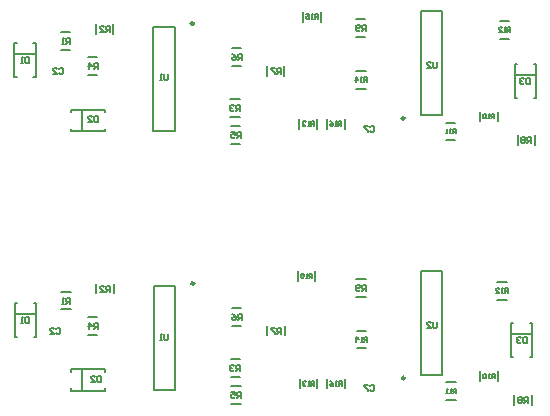
<source format=gbr>
G04 Layer_Color=32896*
%FSLAX26Y26*%
%MOIN*%
%TF.FileFunction,Legend,Bot*%
%TF.Part,Single*%
G01*
G75*
%TA.AperFunction,NonConductor*%
%ADD36C,0.009842*%
%ADD38C,0.007874*%
%ADD39C,0.005000*%
D36*
X1616032Y1712465D02*
G03*
X1616032Y1712465I-4921J0D01*
G01*
X2318583Y1396535D02*
G03*
X2318583Y1396535I-4921J0D01*
G01*
X2317472Y2262535D02*
G03*
X2317472Y2262535I-4921J0D01*
G01*
X1614921Y2578465D02*
G03*
X1614921Y2578465I-4921J0D01*
G01*
D38*
X1320236Y1354566D02*
Y1362442D01*
Y1354566D02*
X1206064D01*
Y1362442D01*
X1243464Y1354566D02*
Y1425434D01*
X1206064D02*
X1320236D01*
Y1417560D01*
X1481188Y1355772D02*
Y1702228D01*
X1552056D01*
Y1355772D01*
X1481188D01*
X1293898Y1540472D02*
X1262402D01*
Y1599528D02*
X1293898D01*
X1206064Y1425434D02*
Y1417560D01*
X1347678Y1679252D02*
Y1710748D01*
X1288622D02*
Y1679252D01*
X1204370Y1684528D02*
X1172874D01*
Y1625472D02*
X1204370D01*
X1088582Y1609686D02*
X1017716D01*
Y1647086D02*
X1025590D01*
X1017716D02*
Y1532914D01*
X1025590D01*
X1080708D02*
X1088582D01*
Y1647086D01*
X1080708D01*
X1550944Y2221772D02*
Y2568228D01*
X1480078D01*
Y2221772D01*
X1550944D01*
X1738142Y2176472D02*
X1769638D01*
Y2235528D02*
X1738142D01*
X1736764Y2266472D02*
X1768260D01*
Y2325528D02*
X1736764D01*
X1857512Y2405252D02*
Y2436748D01*
X1916568D02*
Y2405252D01*
X2038418Y2585252D02*
Y2616748D01*
X2155764Y2593528D02*
X2187260D01*
Y2534472D02*
X2155764D01*
X2156292Y2420528D02*
X2187788D01*
Y2361472D02*
X2156292D01*
X2117890Y2259748D02*
Y2228252D01*
X2058834D02*
Y2259748D01*
X2026040D02*
Y2228252D01*
X1966984D02*
Y2259748D01*
X1772788Y2436472D02*
X1741292D01*
Y2495528D02*
X1772788D01*
X1979362Y2585252D02*
Y2616748D01*
X2371606Y2272772D02*
Y2619228D01*
X2442472D01*
Y2272772D01*
X2371606D01*
X2455764Y2189472D02*
X2487260D01*
X2568834Y2253252D02*
Y2284748D01*
X2694472Y2175252D02*
Y2206748D01*
X2627890Y2253252D02*
Y2284748D01*
X2753528Y2175252D02*
Y2206748D01*
X2755432Y2330914D02*
Y2445086D01*
X2755434D02*
X2747558D01*
X2755432Y2407686D02*
X2684566D01*
Y2445086D02*
X2692440D01*
X2684566D02*
Y2330914D01*
X2692440D01*
X2747558D02*
X2755434D01*
X2666748Y2528472D02*
X2635252D01*
Y2587528D02*
X2666748D01*
X2487260Y2248528D02*
X2455764D01*
X2020528Y1752748D02*
Y1721252D01*
X2156874Y1668472D02*
X2188370D01*
X2188898Y1554528D02*
X2157402D01*
Y1495472D02*
X2188898D01*
X2119000Y1393748D02*
Y1362252D01*
X2059944D02*
Y1393748D01*
X2027150D02*
Y1362252D01*
X1968094D02*
Y1393748D01*
X1917678Y1539252D02*
Y1570748D01*
X1858622D02*
Y1539252D01*
X1773898Y1629528D02*
X1742402D01*
Y1570472D02*
X1773898D01*
X1769370Y1459528D02*
X1737874D01*
Y1400472D02*
X1769370D01*
X1770748Y1369528D02*
X1739252D01*
Y1310472D02*
X1770748D01*
X2156874Y1727528D02*
X2188370D01*
X2372716Y1753228D02*
X2443582D01*
Y1406772D01*
X2372716D01*
Y1753228D01*
X2569944Y1418748D02*
Y1387252D01*
X2629000D02*
Y1418748D01*
X2672188Y1465914D02*
X2680064D01*
X2672188D02*
Y1580086D01*
X2680064D01*
X2672188Y1542686D02*
X2743056D01*
Y1580086D02*
X2735182D01*
X2743056D02*
Y1465914D01*
X2735182D01*
X2742150Y1338748D02*
Y1307252D01*
X2683094D02*
Y1338748D01*
X2488370Y1323472D02*
X2456874D01*
Y1382528D02*
X2488370D01*
X2626874Y1658472D02*
X2658370D01*
Y1717528D02*
X2626874D01*
X1961472Y1721252D02*
Y1752748D01*
X1319126Y2220566D02*
Y2228440D01*
Y2220566D02*
X1204952D01*
Y2228440D01*
X1242354Y2220566D02*
Y2291434D01*
X1204952D02*
X1319126D01*
Y2283560D01*
X1204952D02*
Y2291434D01*
X1261292Y2406472D02*
X1292788D01*
Y2465528D02*
X1261292D01*
X1203260Y2491472D02*
X1171764D01*
X1203260Y2550528D02*
X1171764D01*
X1287512Y2545252D02*
Y2576748D01*
X1346566D02*
Y2545252D01*
X1087472Y2513086D02*
X1079598D01*
X1087472D02*
Y2398914D01*
X1079598D01*
X1024480D02*
X1016606D01*
Y2513086D01*
X1024480D01*
X1016606Y2475684D02*
X1087472D01*
D39*
X1305000Y1385000D02*
X1295003D01*
X1291671Y1388332D01*
Y1401661D01*
X1295003Y1404994D01*
X1305000D01*
Y1385000D01*
X1285006Y1401661D02*
X1281674Y1404994D01*
X1275010D01*
X1271678Y1401661D01*
Y1398329D01*
X1285006Y1385000D01*
X1271678D01*
X1265010Y1560000D02*
Y1579994D01*
X1275006Y1569997D01*
X1261678D01*
X1281671D02*
X1285003Y1566665D01*
X1295000D01*
Y1560000D02*
Y1579994D01*
X1285003D01*
X1281671Y1576661D01*
Y1569997D01*
X1288335Y1566665D02*
X1281671Y1560000D01*
X1301678Y1685000D02*
X1315006D01*
X1301678Y1698329D01*
Y1701661D01*
X1305010Y1704994D01*
X1311674D01*
X1315006Y1701661D01*
X1321671D02*
Y1694997D01*
X1325003Y1691665D01*
X1335000D01*
Y1685000D02*
Y1704994D01*
X1325003D01*
X1321671Y1701661D01*
X1328335Y1691665D02*
X1321671Y1685000D01*
X1202000Y1664994D02*
X1192003D01*
X1188671Y1661661D01*
Y1654997D01*
X1192003Y1651665D01*
X1202000D01*
Y1645000D02*
Y1664994D01*
X1195335Y1651665D02*
X1188671Y1645000D01*
X1182006D02*
X1175342D01*
X1178674D01*
Y1664994D01*
X1182006Y1661661D01*
X1168850Y1560661D02*
Y1547332D01*
X1165518Y1544000D01*
X1158854D01*
X1155521Y1547332D01*
X1148857Y1544000D02*
X1135528Y1557329D01*
Y1560661D01*
X1138860Y1563994D01*
X1145525D01*
X1148857Y1560661D01*
X1155521D02*
X1158854Y1563994D01*
X1165518D01*
X1168850Y1560661D01*
X1148857Y1544000D02*
X1135528D01*
X1066000Y1580000D02*
X1056003D01*
X1052671Y1583332D01*
Y1596661D01*
X1056003Y1599994D01*
X1066000D01*
Y1580000D01*
X1046006D02*
X1039342D01*
X1042674D01*
Y1599994D01*
X1046006Y1596661D01*
X1506674Y1543994D02*
X1510006Y1540661D01*
X1506674Y1543994D02*
Y1524000D01*
X1503342D01*
X1510006D01*
X1520003D02*
X1516671Y1527332D01*
Y1543994D01*
X1530000D02*
Y1527332D01*
X1526668Y1524000D01*
X1520003D01*
X1738678Y1349994D02*
X1752006D01*
Y1339997D01*
X1745342Y1343329D01*
X1742010D01*
X1738678Y1339997D01*
Y1333332D01*
X1742010Y1330000D01*
X1748674D01*
X1752006Y1333332D01*
X1758671Y1330000D02*
X1765335Y1336665D01*
X1762003D02*
X1772000D01*
Y1330000D02*
Y1349994D01*
X1762003D01*
X1758671Y1346661D01*
Y1339997D01*
X1762003Y1336665D01*
X1756671Y1420000D02*
X1763335Y1426665D01*
X1760003D02*
X1770000D01*
Y1420000D02*
Y1439994D01*
X1760003D01*
X1756671Y1436661D01*
Y1429997D01*
X1760003Y1426665D01*
X1750006Y1423332D02*
X1746674Y1420000D01*
X1740010D01*
X1736678Y1423332D01*
Y1426665D01*
X1740010Y1429997D01*
X1743342D01*
X1740010D01*
X1736678Y1433329D01*
Y1436661D01*
X1740010Y1439994D01*
X1746674D01*
X1750006Y1436661D01*
X1885006Y1545000D02*
Y1548332D01*
X1871678Y1561661D01*
Y1564994D01*
X1885006D01*
X1895003D02*
X1891671Y1561661D01*
Y1554997D01*
X1895003Y1551665D01*
X1905000D01*
Y1545000D02*
Y1564994D01*
X1895003D01*
X1898335Y1551665D02*
X1891671Y1545000D01*
X1775000Y1609994D02*
X1765003D01*
X1761671Y1606661D01*
Y1599997D01*
X1765003Y1596665D01*
X1775000D01*
Y1590000D02*
Y1609994D01*
X1748342Y1606661D02*
X1755006Y1599997D01*
Y1593332D01*
X1751674Y1590000D01*
X1745010D01*
X1741678Y1593332D01*
Y1596665D01*
X1745010Y1599997D01*
X1755006D01*
X1768335Y1596665D02*
X1761671Y1590000D01*
X1748342Y1606661D02*
X1741678Y1609994D01*
X1972512Y1732499D02*
X1975011Y1730000D01*
X1980010D01*
X1982509Y1732499D01*
Y1737498D02*
X1977510Y1739997D01*
X1975011D01*
X1972512Y1737498D01*
Y1732499D01*
Y1744995D02*
X1982509D01*
Y1737498D01*
X1990006Y1730000D02*
X1992506D01*
Y1744995D01*
X1995005Y1742496D01*
Y1730000D02*
X1990006D01*
X2000003D02*
X2005002Y1734998D01*
X2002502D02*
X2010000D01*
Y1730000D02*
Y1744995D01*
X2002502D01*
X2000003Y1742496D01*
Y1737498D01*
X2002502Y1734998D01*
X2155677Y1697997D02*
X2165674D01*
X2169006Y1701329D01*
Y1704661D01*
X2165674Y1707994D01*
X2159010D01*
X2155677Y1704661D01*
Y1691332D01*
X2159010Y1688000D01*
X2165674D01*
X2169006Y1691332D01*
X2175671Y1688000D02*
X2182336Y1694665D01*
X2179003D02*
X2189000D01*
Y1688000D02*
Y1707994D01*
X2179003D01*
X2175671Y1704661D01*
Y1697997D01*
X2179003Y1694665D01*
X2174506Y1532995D02*
X2177005Y1530496D01*
X2182003D02*
Y1525498D01*
X2184502Y1522998D01*
X2192000D01*
Y1518000D02*
Y1532995D01*
X2184502D01*
X2182003Y1530496D01*
X2174506Y1532995D02*
Y1518000D01*
X2172006D01*
X2177005D01*
X2182003D02*
X2187002Y1522998D01*
X2164509Y1525498D02*
X2154512D01*
X2157011Y1518000D02*
Y1532995D01*
X2164509Y1525498D01*
X2098003Y1383496D02*
Y1378498D01*
X2100502Y1375998D01*
X2108000D01*
Y1371000D02*
Y1385995D01*
X2100502D01*
X2098003Y1383496D01*
X2093005D02*
X2090506Y1385995D01*
Y1371000D01*
X2088006D01*
X2093005D01*
X2098003D02*
X2103002Y1375998D01*
X2181677Y1371994D02*
Y1368661D01*
X2195006Y1355332D01*
Y1352000D01*
Y1371994D02*
X2181677D01*
X2201671Y1368661D02*
X2205003Y1371994D01*
X2211668D01*
X2215000Y1368661D01*
Y1355332D01*
X2211668Y1352000D01*
X2205003D01*
X2201671Y1355332D01*
X2459010Y1360995D02*
X2461509Y1358496D01*
X2459010Y1360995D02*
Y1346000D01*
X2456510D01*
X2461509D01*
X2469006D02*
X2471506D01*
Y1360995D01*
X2474005Y1358496D01*
X2479003D02*
Y1353498D01*
X2481502Y1350998D01*
X2489000D01*
Y1346000D02*
Y1360995D01*
X2481502D01*
X2479003Y1358496D01*
X2484002Y1350998D02*
X2479003Y1346000D01*
X2474005D02*
X2469006D01*
X2580512Y1398499D02*
X2583011Y1396000D01*
X2588010D01*
X2590509Y1398499D01*
Y1408496D01*
X2588010Y1410995D01*
X2583011D01*
X2580512Y1408496D01*
Y1398499D01*
X2598006Y1396000D02*
X2600506D01*
Y1410995D01*
X2603005Y1408496D01*
X2608003D02*
Y1403498D01*
X2610502Y1400998D01*
X2618000D01*
X2613002D02*
X2608003Y1396000D01*
X2603005D02*
X2598006D01*
X2618000D02*
Y1410995D01*
X2610502D01*
X2608003Y1408496D01*
X2699010Y1332994D02*
X2695677Y1329661D01*
Y1326329D01*
X2699010Y1322997D01*
X2695677Y1319665D01*
Y1316332D01*
X2699010Y1313000D01*
X2705674D01*
X2709006Y1316332D01*
Y1319665D01*
X2705674Y1322997D01*
X2709006Y1326329D01*
Y1329661D01*
X2705674Y1332994D01*
X2699010D01*
Y1322997D02*
X2705674D01*
X2715671D02*
X2719003Y1319665D01*
X2729000D01*
Y1313000D02*
Y1332994D01*
X2719003D01*
X2715671Y1329661D01*
Y1322997D01*
X2722336Y1319665D02*
X2715671Y1313000D01*
X2714003Y1513000D02*
X2710671Y1516332D01*
Y1529661D01*
X2714003Y1532994D01*
X2724000D01*
Y1513000D01*
X2714003D01*
X2700674D02*
X2704006Y1516332D01*
X2700674Y1513000D02*
X2694010D01*
X2690677Y1516332D01*
Y1519665D01*
X2694010Y1522997D01*
X2697342D01*
X2694010D01*
X2690677Y1526329D01*
Y1529661D01*
X2694010Y1532994D01*
X2700674D01*
X2704006Y1529661D01*
X2661000Y1681000D02*
Y1695995D01*
X2653502D01*
X2651003Y1693496D01*
Y1688498D01*
X2653502Y1685998D01*
X2661000D01*
X2656002D02*
X2651003Y1681000D01*
X2646005D02*
X2641006D01*
X2643506D01*
Y1695995D01*
X2646005Y1693496D01*
X2633509D02*
X2631010Y1695995D01*
X2626011D01*
X2623512Y1693496D01*
Y1690997D01*
X2633509Y1681000D01*
X2623512D01*
X2425000Y1584994D02*
Y1568332D01*
X2421668Y1565000D01*
X2415003D01*
X2411671Y1568332D01*
Y1584994D01*
X2405006Y1581661D02*
X2401674Y1584994D01*
X2395010D01*
X2391677Y1581661D01*
Y1578329D01*
X2405006Y1565000D01*
X2391677D01*
X2075510Y1383496D02*
X2080509Y1378498D01*
Y1373499D01*
X2078010Y1371000D01*
X2073011D01*
X2070512Y1373499D01*
Y1375998D01*
X2073011Y1378498D01*
X2080509D01*
X2075510Y1383496D02*
X2070512Y1385995D01*
X2016000D02*
X2008502D01*
X2006003Y1383496D01*
Y1378498D01*
X2008502Y1375998D01*
X2016000D01*
Y1371000D02*
Y1385995D01*
X2011002Y1375998D02*
X2006003Y1371000D01*
X2001005D02*
X1996006D01*
X1998506D01*
Y1385995D01*
X2001005Y1383496D01*
X1988509D02*
X1986010Y1385995D01*
X1981011D01*
X1978512Y1383496D01*
Y1380997D01*
X1981011Y1378498D01*
X1983510D01*
X1981011D01*
X1978512Y1375998D01*
Y1373499D01*
X1981011Y1371000D01*
X1986010D01*
X1988509Y1373499D01*
X2710498Y2181000D02*
X2717162D01*
X2720495Y2184332D01*
Y2187664D01*
X2717162Y2190997D01*
X2720495Y2194329D01*
Y2197661D01*
X2717162Y2200994D01*
X2710498D01*
X2707166Y2197661D01*
Y2194329D01*
X2710498Y2190997D01*
X2707166Y2187664D01*
Y2184332D01*
X2710498Y2181000D01*
Y2190997D02*
X2717162D01*
X2727159D02*
X2730491Y2187664D01*
X2740488D01*
Y2181000D02*
Y2200994D01*
X2730491D01*
X2727159Y2197661D01*
Y2190997D01*
X2733824Y2187664D02*
X2727159Y2181000D01*
X2617000Y2262000D02*
Y2276995D01*
X2609502D01*
X2607003Y2274496D01*
Y2269498D01*
X2609502Y2266998D01*
X2617000D01*
X2612002D02*
X2607003Y2262000D01*
X2602005D02*
X2597006D01*
X2599506D01*
Y2276995D01*
X2602005Y2274496D01*
X2706498Y2378000D02*
X2713162D01*
X2716495Y2381332D01*
X2723159D02*
Y2394661D01*
X2726491Y2397994D01*
X2736488D01*
Y2378000D01*
X2726491D01*
X2723159Y2381332D01*
X2716495Y2394661D02*
X2713162Y2397994D01*
X2706498D01*
X2703166Y2394661D01*
Y2391329D01*
X2706498Y2387997D01*
X2709830D01*
X2706498D01*
X2703166Y2384664D01*
Y2381332D01*
X2706498Y2378000D01*
X2669488Y2551000D02*
Y2565995D01*
X2661991D01*
X2659491Y2563496D01*
Y2558498D01*
X2661991Y2555998D01*
X2669488D01*
X2664490D02*
X2659491Y2551000D01*
X2654493D02*
X2649495D01*
X2651994D01*
Y2565995D01*
X2654493Y2563496D01*
X2641997D02*
X2639498Y2565995D01*
X2634499D01*
X2632000Y2563496D01*
Y2560997D01*
X2641997Y2551000D01*
X2632000D01*
X2424000Y2450994D02*
Y2434332D01*
X2420668Y2431000D01*
X2414003D01*
X2410671Y2434332D01*
Y2450994D01*
X2404006Y2447661D02*
X2400674Y2450994D01*
X2394010D01*
X2390677Y2447661D01*
Y2444329D01*
X2404006Y2431000D01*
X2390677D01*
X2214000Y2234661D02*
Y2221332D01*
X2210668Y2218000D01*
X2204003D01*
X2200671Y2221332D01*
Y2234661D02*
X2204003Y2237994D01*
X2210668D01*
X2214000Y2234661D01*
X2191000Y2384000D02*
Y2398995D01*
X2183502D01*
X2181003Y2396496D01*
Y2391498D01*
X2183502Y2388998D01*
X2191000D01*
X2186002D02*
X2181003Y2384000D01*
X2176005D02*
X2171006D01*
X2173506D01*
Y2398995D01*
X2176005Y2396496D01*
X2163509Y2391498D02*
X2153512D01*
X2156011Y2384000D02*
Y2398995D01*
X2163509Y2391498D01*
X2180677Y2237994D02*
Y2234661D01*
X2194006Y2221332D01*
Y2218000D01*
Y2237994D02*
X2180677D01*
X2107000Y2237000D02*
Y2251995D01*
X2099502D01*
X2097003Y2249496D01*
Y2244498D01*
X2099502Y2241998D01*
X2107000D01*
X2102002D02*
X2097003Y2237000D01*
X2092005D02*
X2087006D01*
X2089506D01*
Y2251995D01*
X2092005Y2249496D01*
X2074510D02*
X2079509Y2244498D01*
Y2239499D01*
X2077010Y2237000D01*
X2072011D01*
X2069512Y2239499D01*
Y2241998D01*
X2072011Y2244498D01*
X2079509D01*
X2074510Y2249496D02*
X2069512Y2251995D01*
X2015000D02*
X2007502D01*
X2005003Y2249496D01*
Y2244498D01*
X2007502Y2241998D01*
X2015000D01*
Y2237000D02*
Y2251995D01*
X2010002Y2241998D02*
X2005003Y2237000D01*
X2000005D02*
X1995006D01*
X1997506D01*
Y2251995D01*
X2000005Y2249496D01*
X1987509D02*
X1985010Y2251995D01*
X1980011D01*
X1977512Y2249496D01*
Y2246997D01*
X1980011Y2244498D01*
X1982510D01*
X1980011D01*
X1977512Y2241998D01*
Y2239499D01*
X1980011Y2237000D01*
X1985010D01*
X1987509Y2239499D01*
X1904000Y2411000D02*
Y2430994D01*
X1894003D01*
X1890671Y2427661D01*
Y2420997D01*
X1894003Y2417664D01*
X1904000D01*
X2000509Y2596499D02*
X1998010Y2594000D01*
X1993011D01*
X1990512Y2596499D01*
Y2601498D01*
X1993011Y2603997D01*
X1995510D01*
X2000509Y2601498D01*
Y2608995D01*
X1990512D01*
X2008006Y2594000D02*
X2010506D01*
Y2608995D01*
X2013005Y2606496D01*
X2018003D02*
Y2601498D01*
X2020502Y2598998D01*
X2028000D01*
Y2594000D02*
Y2608995D01*
X2020502D01*
X2018003Y2606496D01*
X2023002Y2598998D02*
X2018003Y2594000D01*
X2013005D02*
X2008006D01*
X2154677Y2570661D02*
X2158010Y2573994D01*
X2164674D01*
X2168006Y2570661D01*
Y2567329D01*
X2164674Y2563997D01*
X2154677D01*
Y2557332D02*
Y2570661D01*
Y2557332D02*
X2158010Y2554000D01*
X2164674D01*
X2168006Y2557332D01*
X2174671Y2554000D02*
X2181336Y2560664D01*
X2178003D02*
X2188000D01*
Y2554000D02*
Y2573994D01*
X2178003D01*
X2174671Y2570661D01*
Y2563997D01*
X2178003Y2560664D01*
X2458010Y2226995D02*
X2460509Y2224496D01*
X2458010Y2226995D02*
Y2212000D01*
X2455510D01*
X2460509D01*
X2468006D02*
X2470506D01*
Y2226995D01*
X2473005Y2224496D01*
X2478003D02*
Y2219498D01*
X2480502Y2216998D01*
X2488000D01*
Y2212000D02*
Y2226995D01*
X2480502D01*
X2478003Y2224496D01*
X2483002Y2216998D02*
X2478003Y2212000D01*
X2473005D02*
X2468006D01*
X2579512Y2264499D02*
X2582011Y2262000D01*
X2587010D01*
X2589509Y2264499D01*
Y2274496D01*
X2587010Y2276995D01*
X2582011D01*
X2579512Y2274496D01*
Y2264499D01*
X1897335Y2417664D02*
X1890671Y2411000D01*
X1884006D02*
Y2414332D01*
X1870678Y2427661D01*
Y2430994D01*
X1884006D01*
X1774000Y2456000D02*
Y2475994D01*
X1764003D01*
X1760671Y2472661D01*
Y2465997D01*
X1764003Y2462664D01*
X1774000D01*
X1767335D02*
X1760671Y2456000D01*
X1754006Y2459332D02*
X1750674Y2456000D01*
X1744010D01*
X1740678Y2459332D01*
Y2462664D01*
X1744010Y2465997D01*
X1754006D01*
Y2459332D01*
Y2465997D02*
X1747342Y2472661D01*
X1740678Y2475994D01*
X1739010Y2305994D02*
X1735678Y2302661D01*
Y2299329D01*
X1739010Y2295997D01*
X1742342D01*
X1739010D01*
X1735678Y2292664D01*
Y2289332D01*
X1739010Y2286000D01*
X1745674D01*
X1749006Y2289332D01*
X1755671Y2286000D02*
X1762335Y2292664D01*
X1759003D02*
X1769000D01*
Y2286000D02*
Y2305994D01*
X1759003D01*
X1755671Y2302661D01*
Y2295997D01*
X1759003Y2292664D01*
X1761003Y2215994D02*
X1757671Y2212661D01*
Y2205997D01*
X1761003Y2202664D01*
X1771000D01*
X1764335D02*
X1757671Y2196000D01*
X1747674D02*
X1751006Y2199332D01*
X1747674Y2196000D02*
X1741010D01*
X1737678Y2199332D01*
Y2205997D01*
X1741010Y2209329D01*
X1744342D01*
X1751006Y2205997D01*
Y2215994D01*
X1737678D01*
X1761003D02*
X1771000D01*
Y2196000D01*
X1749006Y2302661D02*
X1745674Y2305994D01*
X1739010D01*
X1529000Y2409994D02*
Y2393332D01*
X1525668Y2390000D01*
X1519003D01*
X1515671Y2393332D01*
Y2409994D01*
X1509006Y2406661D02*
X1505674Y2409994D01*
Y2390000D01*
X1502342D01*
X1509006D01*
X1334000Y2551000D02*
Y2570994D01*
X1324003D01*
X1320671Y2567661D01*
Y2560997D01*
X1324003Y2557664D01*
X1334000D01*
X1327335D02*
X1320671Y2551000D01*
X1314006D02*
X1300678Y2564329D01*
Y2567661D01*
X1304010Y2570994D01*
X1310674D01*
X1314006Y2567661D01*
Y2551000D02*
X1300678D01*
X1201000Y2530994D02*
X1191003D01*
X1187671Y2527661D01*
Y2520997D01*
X1191003Y2517664D01*
X1201000D01*
Y2511000D02*
Y2530994D01*
X1264010Y2445994D02*
X1274006Y2435997D01*
X1260678D01*
X1264010Y2445994D02*
Y2426000D01*
X1280671D02*
X1287335Y2432664D01*
X1284003D02*
X1294000D01*
Y2426000D02*
Y2445994D01*
X1284003D01*
X1280671Y2442661D01*
Y2435997D01*
X1284003Y2432664D01*
X1194335Y2517664D02*
X1187671Y2511000D01*
X1181006D02*
X1174342D01*
X1177674D01*
Y2530994D01*
X1181006Y2527661D01*
X1179000Y2425661D02*
Y2412332D01*
X1175668Y2409000D01*
X1169003D01*
X1165671Y2412332D01*
X1159006Y2409000D02*
X1145678Y2422329D01*
Y2425661D01*
X1149010Y2428994D01*
X1155674D01*
X1159006Y2425661D01*
X1165671D02*
X1169003Y2428994D01*
X1175668D01*
X1179000Y2425661D01*
X1159006Y2409000D02*
X1145678D01*
X1065000Y2446000D02*
X1055003D01*
X1051671Y2449332D01*
Y2462661D01*
X1055003Y2465994D01*
X1065000D01*
Y2446000D01*
X1045006D02*
X1038342D01*
X1041674D01*
Y2465994D01*
X1045006Y2462661D01*
X1261678Y2266661D02*
X1265010Y2269994D01*
X1271674D01*
X1275006Y2266661D01*
X1281671D02*
X1285003Y2269994D01*
X1295000D01*
Y2250000D01*
X1285003D01*
X1281671Y2253332D01*
Y2266661D01*
X1261678D02*
Y2263329D01*
X1275006Y2250000D01*
X1261678D01*
%TF.MD5,d0097ad9ffa6c11ee1c19b3642a01ece*%
M02*

</source>
